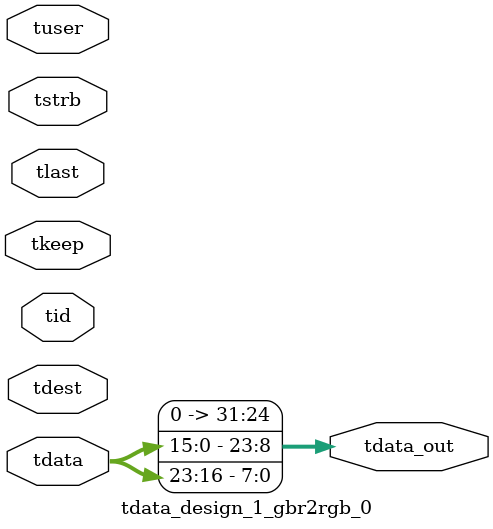
<source format=v>


`timescale 1ps/1ps

module tdata_design_1_gbr2rgb_0 #
(
parameter C_S_AXIS_TDATA_WIDTH = 32,
parameter C_S_AXIS_TUSER_WIDTH = 0,
parameter C_S_AXIS_TID_WIDTH   = 0,
parameter C_S_AXIS_TDEST_WIDTH = 0,
parameter C_M_AXIS_TDATA_WIDTH = 32
)
(
input  [(C_S_AXIS_TDATA_WIDTH == 0 ? 1 : C_S_AXIS_TDATA_WIDTH)-1:0     ] tdata,
input  [(C_S_AXIS_TUSER_WIDTH == 0 ? 1 : C_S_AXIS_TUSER_WIDTH)-1:0     ] tuser,
input  [(C_S_AXIS_TID_WIDTH   == 0 ? 1 : C_S_AXIS_TID_WIDTH)-1:0       ] tid,
input  [(C_S_AXIS_TDEST_WIDTH == 0 ? 1 : C_S_AXIS_TDEST_WIDTH)-1:0     ] tdest,
input  [(C_S_AXIS_TDATA_WIDTH/8)-1:0 ] tkeep,
input  [(C_S_AXIS_TDATA_WIDTH/8)-1:0 ] tstrb,
input                                                                    tlast,
output [C_M_AXIS_TDATA_WIDTH-1:0] tdata_out
);

assign tdata_out = {tdata[15:8],tdata[7:0],tdata[23:16]};

endmodule


</source>
